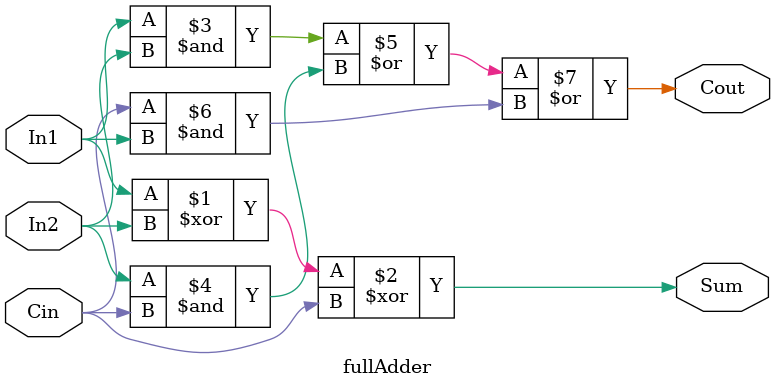
<source format=v>
`ifndef FULL_ADDER
`define FULL_ADDER

module fullAdder(In1, In2, Cin, Sum, Cout);
    //
    // ---------------- PORT DEFINITIONS ----------------
    //
    input In1, In2, Cin;
    output  Sum, Cout;
    
    //
    // ---------------- MODULE DESIGN IMPLEMENTATION ----------------
    //
    assign Sum  = (In1 ^ In2) ^ Cin;
    assign Cout = (In1 & In2) | (In2 & Cin) | (Cin & In1);

endmodule

`endif // FULL_ADDER
</source>
